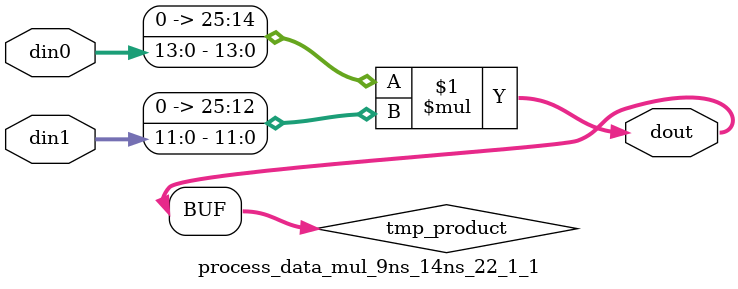
<source format=v>

`timescale 1 ns / 1 ps

  module process_data_mul_9ns_14ns_22_1_1(din0, din1, dout);
parameter ID = 1;
parameter NUM_STAGE = 0;
parameter din0_WIDTH = 14;
parameter din1_WIDTH = 12;
parameter dout_WIDTH = 26;

input [din0_WIDTH - 1 : 0] din0; 
input [din1_WIDTH - 1 : 0] din1; 
output [dout_WIDTH - 1 : 0] dout;

wire signed [dout_WIDTH - 1 : 0] tmp_product;










assign tmp_product = $signed({1'b0, din0}) * $signed({1'b0, din1});











assign dout = tmp_product;







endmodule

</source>
